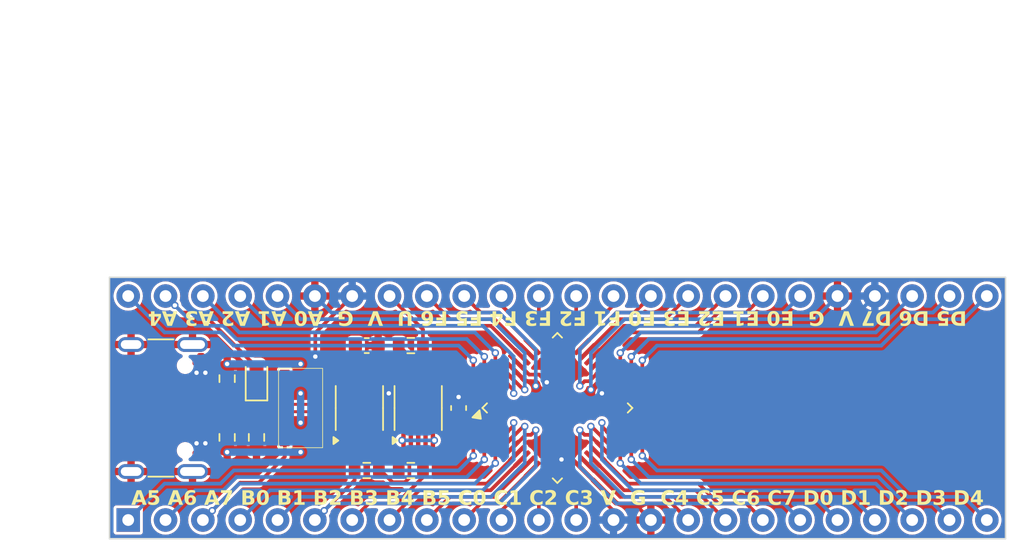
<source format=kicad_pcb>
(kicad_pcb (version 20240108) (generator "pcbnew") (generator_version "8.0")
  (layers (0 "F.Cu" signal) (31 "B.Cu" signal) (34 "B.Paste" user) (35 "F.Paste" user) (36 "B.SilkS" user "B.Silkscreen") (37 "F.SilkS" user "F.Silkscreen") (38 "B.Mask" user) (39 "F.Mask" user) (44 "Edge.Cuts" user))
  (net 0 "")
  (net 1 "GND")
  (net 2 "Net-(U2-V3)")
  (net 3 "D+")
  (net 4 "D-")
  (net 5 "PA3")
  (net 6 "Net-(D1-K)")
  (net 7 "PA7")
  (net 8 "Net-(J1-CC1)")
  (net 9 "Net-(J1-CC2)")
  (net 10 "VCC")
  (net 11 "UPDI")
  (net 12 "PB2")
  (net 13 "PB3")
  (net 15 "TXD")
  (net 16 "TNOW")
  (net 17 "RXD")
  (net 18 "RTS#")
  (net 21 "Net-(R2-Pad1)")
  (net 22 "Net-(R3-Pad1)")
  (net 23 "Net-(R4-Pad1)")
  (net 24 "PA0")
  (net 25 "PA2")
  (net 26 "PA6")
  (net 27 "PA4")
  (net 28 "PA1")
  (net 29 "PA5")
  (net 30 "PB5")
  (net 31 "PB1")
  (net 32 "PB4")
  (net 33 "PB0")
  (net 34 "PD5")
  (net 35 "PD0")
  (net 36 "PF4")
  (net 37 "PD7")
  (net 38 "PD6")
  (net 39 "PC5")
  (net 40 "PD1")
  (net 41 "PC7")
  (net 42 "PE1")
  (net 43 "PC2")
  (net 44 "PC1")
  (net 45 "PD4")
  (net 46 "PE3")
  (net 47 "PD2")
  (net 48 "PF0")
  (net 49 "PF6")
  (net 50 "PF1")
  (net 51 "PC3")
  (net 52 "PD3")
  (net 53 "PF3")
  (net 54 "PC4")
  (net 55 "PF5")
  (net 56 "PE2")
  (net 57 "PE0")
  (net 58 "PC6")
  (net 59 "PC0")
  (net 60 "PF2")
  (footprint "Package_DIP:DIP-48_W15.24mm_Socket" (layer "F.Cu") (at 101.27 107.62 90)
    (property "Reference" "J2" (hide yes))
    (property "Value" "Conn_02x24_Counter_Clockwise" (hide yes))
  )
  (footprint "Resistor_SMD:R_0603_1608Metric" (layer "F.Cu") (at 108 102 -90)
    (property "Reference" "R6" (hide yes))
    (property "Value" "5k1" (hide yes))
  )
  (footprint "Resistor_SMD:R_0603_1608Metric" (layer "F.Cu") (at 110 102 -90)
    (property "Reference" "R1" (hide yes))
    (property "Value" "10k" (hide yes))
  )
  (footprint "Resistor_SMD:R_0603_1608Metric" (layer "F.Cu") (at 120.5 104.25)
    (property "Reference" "R3" (hide yes))
    (property "Value" "4.7k" (hide yes))
  )
  (footprint "Connector_USB:USB_C_Receptacle_GCT_USB4105-xx-A_16P_TopMnt_Horizontal" (layer "F.Cu") (at 102.54 100 -90)
    (property "Reference" "J1" (hide yes))
    (property "Value" "USB_C_Receptacle_USB2.0_16P" (hide yes))
  )
  (footprint "Library:alps-skrp" (layer "F.Cu") (at 113 100 90)
    (property "Reference" "SW1" (hide yes))
    (property "Value" "SW_Push" (hide yes))
  )
  (footprint "Package_QFP:TQFP-48_7x7mm_P0.5mm" (layer "F.Cu") (at 130.47 99.995 45)
    (property "Reference" "U1" (hide yes))
    (property "Value" "ATmega4809-A" (hide yes))
  )
  (footprint "Capacitor_SMD:C_0603_1608Metric" (layer "F.Cu") (at 117.5 95.75)
    (property "Reference" "C3" (hide yes))
    (property "Value" "0u1" (hide yes))
  )
  (footprint "Resistor_SMD:R_0603_1608Metric" (layer "F.Cu") (at 108 98 -90)
    (property "Reference" "R5" (hide yes))
    (property "Value" "5k1" (hide yes))
  )
  (footprint "LED_SMD:LED_0603_1608Metric" (layer "F.Cu") (at 110 98 90)
    (property "Reference" "D1" (hide yes))
    (property "Value" "LED" (hide yes))
  )
  (footprint "Capacitor_SMD:C_0603_1608Metric" (layer "F.Cu") (at 123.75 100 -90)
    (property "Reference" "C1" (hide yes))
    (property "Value" "4u7" (hide yes))
  )
  (footprint "Resistor_SMD:R_0603_1608Metric" (layer "F.Cu") (at 120.5 95.75)
    (property "Reference" "R2" (hide yes))
    (property "Value" "4.7k" (hide yes))
  )
  (footprint "Package_SO:VSSOP-10_3x3mm_P0.5mm" (layer "F.Cu") (at 121 100 90)
    (property "Reference" "U3" (hide yes))
    (property "Value" "TS5A23159DGS" (hide yes))
  )
  (footprint "Resistor_SMD:R_0603_1608Metric" (layer "F.Cu") (at 117.5 104.25 180)
    (property "Reference" "R4" (hide yes))
    (property "Value" "4.7k" (hide yes))
  )
  (footprint "Package_SO:MSOP-10_3x3mm_P0.5mm" (layer "F.Cu") (at 117 100 90)
    (property "Reference" "U2" (hide yes))
    (property "Value" "CH340E" (hide yes))
  )
  (footprint "LOGO" (layer "B.Cu") (at 94.92 74.6 -90)
    (property "Reference" "G***" (hide yes))
    (property "Value" "LOGO" (hide yes))
  )
  (gr_line (start 100 91.11) (end 160.96 91.11) (stroke (width 0.1)) (layer "Edge.Cuts"))
  (gr_line (start 160.96 108.89) (end 100 108.89) (stroke (width 0.1)) (layer "Edge.Cuts"))
  (gr_line (start 100 91.11) (end 100 108.89) (stroke (width 0.1)) (layer "Edge.Cuts"))
  (gr_line (start 160.96 108.89) (end 160.96 91.11) (stroke (width 0.1)) (layer "Edge.Cuts"))
  (gr_text "A5 A6 A7 B0 B1 B2 B3 B4 B5 C0 C1 C2 C3 V  G  C4 C5 C6 C7 D0 D1 D2 D3 D4" (at 130.48 106.75 0) (layer "F.SilkS") (effects (font (size 0.975 0.975) (thickness 0.19) (bold yes)) (justify bottom)))
  (gr_text "D5 D6 D7 V  G  E0 E1 E2 E3 F0 F1 F2 F3 F4 F5 F6 U  V  G  A0 A1 A2 A3 A4" (at 130.47 93.25 180) (layer "F.SilkS") (effects (font (size 0.975 0.975) (thickness 0.19) (bold yes)) (justify bottom)))
  (segment (start 135.705 106.495) (end 134.495126 106.495) (width 0.25) (layer "F.Cu") (net 1))
  (segment (start 136.83 107.62) (end 135.705 106.495) (width 0.25) (layer "F.Cu") (net 1))
  (segment (start 128.675 98.175) (end 128.296446 98.175) (width 0.25) (layer "F.Cu") (net 1))
  (segment (start 132.75 98.75) (end 132.77566 98.75) (width 0.25) (layer "F.Cu") (net 1))
  (segment (start 134.495126 106.495) (end 132.175895 104.175769) (width 0.25) (layer "F.Cu") (net 1))
  (segment (start 128.296446 98.175) (end 127.349891 97.228445) (width 0.25) (layer "F.Cu") (net 1))
  (segment (start 132.77566 98.75) (end 133.943662 97.581998) (width 0.25) (layer "F.Cu") (net 1))
  (segment (start 129 98.5) (end 128.675 98.175) (width 0.25) (layer "F.Cu") (net 1))
  (via (at 132.75 98.75) (size 0.5) (drill 0.3) (layers "F.Cu" "B.Cu") (net 1))
  (via (at 113 99) (size 0.5) (drill 0.3) (layers "F.Cu" "B.Cu") (net 1))
  (via (at 113 103) (size 0.5) (drill 0.3) (layers "F.Cu" "B.Cu") (net 1))
  (via (at 129 98.5) (size 0.5) (drill 0.3) (layers "F.Cu" "B.Cu") (net 1))
  (via (at 113 97) (size 0.5) (drill 0.3) (layers "F.Cu" "B.Cu") (net 1))
  (via (at 108 103) (size 0.5) (drill 0.3) (layers "F.Cu" "B.Cu") (net 1))
  (via (at 113 101) (size 0.5) (drill 0.3) (layers "F.Cu" "B.Cu") (net 1))
  (via (at 108 97) (size 0.5) (drill 0.3) (layers "F.Cu" "B.Cu") (net 1))
  (segment (start 126.505 93.505) (end 115.095 93.505) (width 0.25) (layer "B.Cu") (net 1))
  (segment (start 115.095 93.505) (end 113.97 92.38) (width 0.25) (layer "B.Cu") (net 1))
  (segment (start 132.75 98.75) (end 132.75 96.25) (width 0.25) (layer "B.Cu") (net 1))
  (segment (start 113 101) (end 113 99) (width 0.5) (layer "B.Cu") (net 1))
  (segment (start 108 97) (end 113 97) (width 0.5) (layer "B.Cu") (net 1))
  (segment (start 129 98.5) (end 129 96) (width 0.25) (layer "B.Cu") (net 1))
  (segment (start 129 96) (end 126.505 93.505) (width 0.25) (layer "B.Cu") (net 1))
  (segment (start 135.045 93.955) (end 147.955 93.955) (width 0.25) (layer "B.Cu") (net 1))
  (segment (start 147.955 93.955) (end 149.53 92.38) (width 0.25) (layer "B.Cu") (net 1))
  (segment (start 108 103) (end 113 103) (width 0.5) (layer "B.Cu") (net 1))
  (segment (start 132.75 96.25) (end 135.045 93.955) (width 0.25) (layer "B.Cu") (net 1))
  (segment (start 116.75 95.775) (end 116.75 96.239212) (width 0.25) (layer "F.Cu") (net 2))
  (segment (start 116.725 95.75) (end 116.75 95.775) (width 0.25) (layer "F.Cu") (net 2))
  (segment (start 116.75 96.239212) (end 116 96.989212) (width 0.25) (layer "F.Cu") (net 2))
  (segment (start 116 96.989212) (end 116 97.8875) (width 0.25) (layer "F.Cu") (net 2))
  (segment (start 109.25 102) (end 110.75 102) (width 0.2) (layer "F.Cu") (net 3))
  (segment (start 105.345 100.01759) (end 105.345 100.48241) (width 0.2) (layer "F.Cu") (net 3))
  (segment (start 107.393096 100.25) (end 108.75 100.25) (width 0.2) (layer "F.Cu") (net 3))
  (segment (start 106.893096 100.75) (end 107.393096 100.25) (width 0.2) (layer "F.Cu") (net 3))
  (segment (start 111 101.75) (end 111 100.5) (width 0.2) (layer "F.Cu") (net 3))
  (segment (start 106.22 99.75) (end 105.61259 99.75) (width 0.2) (layer "F.Cu") (net 3))
  (segment (start 111.25 100.25) (end 115 100.25) (width 0.2) (layer "F.Cu") (net 3))
  (segment (start 105.61259 99.75) (end 105.345 100.01759) (width 0.2) (layer "F.Cu") (net 3))
  (segment (start 116 101.75) (end 116 102.1125) (width 0.2) (layer "F.Cu") (net 3))
  (segment (start 116 101.25) (end 116 102.1125) (width 0.2) (layer "F.Cu") (net 3))
  (segment (start 109 101.75) (end 109.25 102) (width 0.2) (layer "F.Cu") (net 3))
  (segment (start 115 100.25) (end 116 101.25) (width 0.2) (layer "F.Cu") (net 3))
  (segment (start 109 100.5) (end 109 101.75) (width 0.2) (layer "F.Cu") (net 3))
  (segment (start 106.22 100.75) (end 106.893096 100.75) (width 0.2) (layer "F.Cu") (net 3))
  (segment (start 105.61259 100.75) (end 106.22 100.75) (width 0.2) (layer "F.Cu") (net 3))
  (segment (start 108.75 100.25) (end 109 100.5) (width 0.2) (layer "F.Cu") (net 3))
  (segment (start 110.75 102) (end 111 101.75) (width 0.2) (layer "F.Cu") (net 3))
  (segment (start 111 100.5) (end 111.25 100.25) (width 0.2) (layer "F.Cu") (net 3))
  (segment (start 105.345 100.48241) (end 105.61259 100.75) (width 0.2) (layer "F.Cu") (net 3))
  (segment (start 111.25 99.75) (end 115.065686 99.75) (width 0.2) (layer "F.Cu") (net 4))
  (segment (start 106.82741 99.25) (end 106.22 99.25) (width 0.2) (layer "F.Cu") (net 4))
  (segment (start 116.5 101.184314) (end 116.5 102.1125) (width 0.2) (layer "F.Cu") (net 4))
  (segment (start 115.065686 99.75) (end 116.5 101.184314) (width 0.2) (layer "F.Cu") (net 4))
  (segment (start 109.25 98) (end 110.75 98) (width 0.2) (layer "F.Cu") (net 4))
  (segment (start 106.22 100.25) (end 106.82741 100.25) (width 0.2) (layer "F.Cu") (net 4))
  (segment (start 111 99.5) (end 111.25 99.75) (width 0.2) (layer "F.Cu") (net 4))
  (segment (start 110.75 98) (end 111 98.25) (width 0.2) (layer "F.Cu") (net 4))
  (segment (start 108.75 99.75) (end 109 99.5) (width 0.2) (layer "F.Cu") (net 4))
  (segment (start 107.32741 99.75) (end 106.82741 99.25) (width 0.2) (layer "F.Cu") (net 4))
  (segment (start 111 98.25) (end 111 99.5) (width 0.2) (layer "F.Cu") (net 4))
  (segment (start 107.32741 99.75) (end 108.75 99.75) (width 0.2) (layer "F.Cu") (net 4))
  (segment (start 109 99.5) (end 109 98.25) (width 0.2) (layer "F.Cu") (net 4))
  (segment (start 109 98.25) (end 109.25 98) (width 0.2) (layer "F.Cu") (net 4))
  (segment (start 106.82741 100.25) (end 107.095 99.98241) (width 0.2) (layer "F.Cu") (net 4))
  (segment (start 107.095 99.98241) (end 107.32741 99.75) (width 0.2) (layer "F.Cu") (net 4))
  (segment (start 125.5 96.5) (end 125.5 96.939338) (width 0.25) (layer "F.Cu") (net 5))
  (segment (start 104.445 93.015) (end 104.935 93.505) (width 0.25) (layer "F.Cu") (net 5))
  (segment (start 125.269824 97.976804) (end 125.935678 98.642658) (width 0.25) (layer "F.Cu") (net 5))
  (segment (start 125.5 96.939338) (end 125.269824 97.169514) (width 0.25) (layer "F.Cu") (net 5))
  (segment (start 106.2925 93.505) (end 110 97.2125) (width 0.25) (layer "F.Cu") (net 5))
  (segment (start 125.269824 97.169514) (end 125.269824 97.976804) (width 0.25) (layer "F.Cu") (net 5))
  (segment (start 104.935 93.505) (end 106.2925 93.505) (width 0.25) (layer "F.Cu") (net 5))
  (via (at 125.5 96.5) (size 0.5) (drill 0.3) (layers "F.Cu" "B.Cu") (net 5))
  (via (at 104.445 93.015) (size 0.5) (drill 0.3) (layers "F.Cu" "B.Cu") (net 5))
  (segment (start 125.5 96.5) (end 124.305 95.305) (width 0.25) (layer "B.Cu") (net 5))
  (segment (start 108.638604 95.305) (end 107.738604 94.405) (width 0.25) (layer "B.Cu") (net 5))
  (segment (start 124.305 95.305) (end 108.638604 95.305) (width 0.25) (layer "B.Cu") (net 5))
  (segment (start 104.445 93.015) (end 103.81 92.38) (width 0.25) (layer "B.Cu") (net 5))
  (segment (start 105.835 94.405) (end 104.445 93.015) (width 0.25) (layer "B.Cu") (net 5))
  (segment (start 107.738604 94.405) (end 105.835 94.405) (width 0.25) (layer "B.Cu") (net 5))
  (segment (start 110 98.7875) (end 110 101.175) (width 0.25) (layer "F.Cu") (net 6))
  (segment (start 125.719824 102.270302) (end 126.289231 101.700895) (width 0.25) (layer "F.Cu") (net 7))
  (segment (start 111.925 103.315) (end 111.925 102.075) (width 0.25) (layer "F.Cu") (net 7))
  (segment (start 106.35 107.62) (end 106.985 106.985) (width 0.25) (layer "F.Cu") (net 7))
  (segment (start 108.89 105.08) (end 110.16 105.08) (width 0.25) (layer "F.Cu") (net 7))
  (segment (start 106.58 107.62) (end 106.35 107.62) (width 0.25) (layer "F.Cu") (net 7))
  (segment (start 126.073377 102.97741) (end 126.063144 102.97741) (width 0.25) (layer "F.Cu") (net 7))
  (segment (start 126.073377 102.987643) (end 126.073377 102.97741) (width 0.25) (layer "F.Cu") (net 7))
  (segment (start 126.063144 102.97741) (end 125.719824 102.63409) (width 0.25) (layer "F.Cu") (net 7))
  (segment (start 126.25 103.164266) (end 126.073377 102.987643) (width 0.25) (layer "F.Cu") (net 7))
  (segment (start 110.16 105.08) (end 111.925 103.315) (width 0.25) (layer "F.Cu") (net 7))
  (segment (start 106.985 106.985) (end 108.89 105.08) (width 0.25) (layer "F.Cu") (net 7))
  (segment (start 125.719824 102.63409) (end 125.719824 102.270302) (width 0.25) (layer "F.Cu") (net 7))
  (segment (start 126.25 103.75) (end 126.25 103.164266) (width 0.25) (layer "F.Cu") (net 7))
  (via (at 106.985 106.985) (size 0.5) (drill 0.3) (layers "F.Cu" "B.Cu") (net 7))
  (via (at 126.25 103.75) (size 0.5) (drill 0.3) (layers "F.Cu" "B.Cu") (net 7))
  (segment (start 126.25 103.75) (end 124.855 105.145) (width 0.25) (layer "B.Cu") (net 7))
  (segment (start 124.855 105.145) (end 108.825 105.145) (width 0.25) (layer "B.Cu") (net 7))
  (segment (start 108.825 105.145) (end 106.985 106.985) (width 0.25) (layer "B.Cu") (net 7))
  (segment (start 106.985 106.985) (end 106.35 107.62) (width 0.25) (layer "B.Cu") (net 7))
  (segment (start 108 98.825) (end 107.925 98.75) (width 0.25) (layer "F.Cu") (net 8))
  (segment (start 107.925 98.75) (end 106.22 98.75) (width 0.25) (layer "F.Cu") (net 8))
  (segment (start 107.425 101.75) (end 106.22 101.75) (width 0.25) (layer "F.Cu") (net 9))
  (segment (start 108 101.175) (end 107.425 101.75) (width 0.25) (layer "F.Cu") (net 9))
  (segment (start 129.225 97.725) (end 129.75 98.25) (width 0.25) (layer "F.Cu") (net 10))
  (segment (start 121 98.592764) (end 121 97.8) (width 0.25) (layer "F.Cu") (net 10))
  (segment (start 134.29 107.62) (end 134.29 106.99698) (width 0.25) (layer "F.Cu") (net 10))
  (segment (start 119 99) (end 119.025 99.025) (width 0.25) (layer "F.Cu") (net 10))
  (segment (start 114 94.89) (end 116.51 92.38) (width 0.25) (layer "F.Cu") (net 10))
  (segment (start 130.79302 103.5) (end 131.822342 104.529322) (width 0.25) (layer "F.Cu") (net 10))
  (segment (start 119.025 99.025) (end 120.567764 99.025) (width 0.25) (layer "F.Cu") (net 10))
  (segment (start 127.703445 96.874891) (end 128.553554 97.725) (width 0.25) (layer "F.Cu") (net 10))
  (segment (start 118.975 99.025) (end 117.739212 99.025) (width 0.25) (layer "F.Cu") (net 10))
  (segment (start 119 99) (end 118.975 99.025) (width 0.25) (layer "F.Cu") (net 10))
  (segment (start 133.5 99) (end 133.5 98.732766) (width 0.25) (layer "F.Cu") (net 10))
  (segment (start 120.567764 99.025) (end 121 98.592764) (width 0.25) (layer "F.Cu") (net 10))
  (segment (start 134.29 106.99698) (end 131.822342 104.529322) (width 0.25) (layer "F.Cu") (net 10))
  (segment (start 130.75 103.5) (end 130.79302 103.5) (width 0.25) (layer "F.Cu") (net 10))
  (segment (start 133.5 98.732766) (end 134.297215 97.935551) (width 0.25) (layer "F.Cu") (net 10))
  (segment (start 117.5 98.785788) (end 117.5 97.8875) (width 0.25) (layer "F.Cu") (net 10))
  (segment (start 128.553554 97.725) (end 129.225 97.725) (width 0.25) (layer "F.Cu") (net 10))
  (segment (start 114 96.5) (end 114 94.89) (width 0.25) (layer "F.Cu") (net 10))
  (segment (start 117.739212 99.025) (end 117.5 98.785788) (width 0.25) (layer "F.Cu") (net 10))
  (via (at 129.75 98.25) (size 0.5) (drill 0.3) (layers "F.Cu" "B.Cu") (net 10))
  (via (at 133.5 99) (size 0.5) (drill 0.3) (layers "F.Cu" "B.Cu") (net 10))
  (via (at 114 96.5) (size 0.5) (drill 0.3) (layers "F.Cu" "B.Cu") (net 10))
  (via (at 119 99) (size 0.5) (drill 0.3) (layers "F.Cu" "B.Cu") (net 10))
  (via (at 106.52 97.6) (size 0.5) (drill 0.3) (layers "F.Cu" "B.Cu") (net 10))
  (via (at 106.52 102.4) (size 0.5) (drill 0.3) (layers "F.Cu" "B.Cu") (net 10))
  (via (at 130.75 103.5) (size 0.5) (drill 0.3) (layers "F.Cu" "B.Cu") (net 10))
  (via (at 123.75 99.25) (size 0.5) (drill 0.3) (layers "F.Cu" "B.Cu") (net 10))
  (via (at 105.92 97.6) (size 0.5) (drill 0.3) (layers "F.Cu" "B.Cu") (net 10))
  (via (at 105.92 102.4) (size 0.5) (drill 0.3) (layers "F.Cu" "B.Cu") (net 10))
  (segment (start 105 101.48) (end 105 98.52) (width 0.5) (layer "B.Cu") (net 10))
  (segment (start 105.92 102.4) (end 105 101.48) (width 0.5) (layer "B.Cu") (net 10))
  (segment (start 106.52 102.4) (end 105.92 102.4) (width 0.5) (layer "B.Cu") (net 10))
  (segment (start 105 98.52) (end 105.92 97.6) (width 0.5) (layer "B.Cu") (net 10))
  (segment (start 106.52 97.6) (end 105.92 97.6) (width 0.5) (layer "B.Cu") (net 10))
  (segment (start 133.5 99) (end 133.5 96.5) (width 0.25) (layer "B.Cu") (net 10))
  (segment (start 135.595 94.405) (end 150.045 94.405) (width 0.25) (layer "B.Cu") (net 10))
  (segment (start 150.045 94.405) (end 152.07 92.38) (width 0.25) (layer "B.Cu") (net 10))
  (segment (start 133.5 96.5) (end 135.595 94.405) (width 0.25) (layer "B.Cu") (net 10))
  (segment (start 121.325 95.75) (end 121.325 94.655) (width 0.25) (layer "F.Cu") (net 11))
  (segment (start 121.075 94.405) (end 125.94066 94.405) (width 0.25) (layer "F.Cu") (net 11))
  (segment (start 125.94066 94.405) (end 128.056998 96.521338) (width 0.25) (layer "F.Cu") (net 11))
  (segment (start 121.5 97.8) (end 121.5 95.925) (width 0.25) (layer "F.Cu") (net 11))
  (segment (start 119.05 92.38) (end 121.075 94.405) (width 0.25) (layer "F.Cu") (net 11))
  (segment (start 121.5 95.925) (end 121.325 95.75) (width 0.25) (layer "F.Cu") (net 11))
  (segment (start 121.325 94.655) (end 121.075 94.405) (width 0.25) (layer "F.Cu") (net 11))
  (segment (start 128.675 101.825) (end 128.311396 101.825) (width 0.25) (layer "F.Cu") (net 12))
  (segment (start 129 101.5) (end 128.675 101.825) (width 0.25) (layer "F.Cu") (net 12))
  (segment (start 128.311396 101.825) (end 127.374841 102.761555) (width 0.25) (layer "F.Cu") (net 12))
  (segment (start 114.605 106.985) (end 113.97 107.62) (width 0.25) (layer "F.Cu") (net 12))
  (segment (start 116.675 104.25) (end 116.675 104.915) (width 0.25) (layer "F.Cu") (net 12))
  (segment (start 127.374841 102.761555) (end 127.349891 102.761555) (width 0.25) (layer "F.Cu") (net 12))
  (segment (start 116.675 104.915) (end 114.605 106.985) (width 0.25) (layer "F.Cu") (net 12))
  (via (at 114.605 106.985) (size 0.5) (drill 0.3) (layers "F.Cu" "B.Cu") (net 12))
  (via (at 129 101.5) (size 0.5) (drill 0.3) (layers "F.Cu" "B.Cu") (net 12))
  (segment (start 129 104) (end 126.505 106.495) (width 0.25) (layer "B.Cu") (net 12))
  (segment (start 115.095 106.495) (end 113.97 107.62) (width 0.25) (layer "B.Cu") (net 12))
  (segment (start 126.505 106.495) (end 115.095 106.495) (width 0.25) (layer "B.Cu") (net 12))
  (segment (start 129 101.5) (end 129 104) (width 0.25) (layer "B.Cu") (net 12))
  (segment (start 117.635 106.495) (end 119.538604 106.495) (width 0.25) (layer "F.Cu") (net 13))
  (segment (start 119.538604 106.495) (end 120.888604 105.145) (width 0.25) (layer "F.Cu") (net 13))
  (segment (start 121.325 104.708604) (end 120.888604 105.145) (width 0.25) (layer "F.Cu") (net 13))
  (segment (start 125.673554 105.145) (end 127.703445 103.115109) (width 0.25) (layer "F.Cu") (net 13))
  (segment (start 116.51 107.62) (end 117.635 106.495) (width 0.25) (layer "F.Cu") (net 13))
  (segment (start 121.325 104.25) (end 121.325 104.708604) (width 0.25) (layer "F.Cu") (net 13))
  (segment (start 120.888604 105.145) (end 125.673554 105.145) (width 0.25) (layer "F.Cu") (net 13))
  (segment (start 117 96.989212) (end 117 97.8875) (width 0.25) (layer "F.Cu") (net 15))
  (segment (start 117.239212 96.75) (end 117 96.989212) (width 0.25) (layer "F.Cu") (net 15))
  (segment (start 120 97.0344) (end 119.7156 96.75) (width 0.25) (layer "F.Cu") (net 15))
  (segment (start 119.7156 96.75) (end 117.239212 96.75) (width 0.25) (layer "F.Cu") (net 15))
  (segment (start 120 97.8) (end 120 97.0344) (width 0.25) (layer "F.Cu") (net 15))
  (segment (start 117.289212 99.575) (end 121.017764 99.575) (width 0.25) (layer "F.Cu") (net 17))
  (segment (start 116.5 98.785788) (end 117.289212 99.575) (width 0.25) (layer "F.Cu") (net 17))
  (segment (start 122 98.592764) (end 122 97.8) (width 0.25) (layer "F.Cu") (net 17))
  (segment (start 121.017764 99.575) (end 122 98.592764) (width 0.25) (layer "F.Cu") (net 17))
  (segment (start 116.5 97.8875) (end 116.5 98.785788) (width 0.25) (layer "F.Cu") (net 17))
  (segment (start 117.5 102.1125) (end 117.5 103.010788) (width 0.25) (layer "F.Cu") (net 18))
  (segment (start 119.613604 103.25) (end 120 102.863604) (width 0.25) (layer "F.Cu") (net 18))
  (segment (start 117.739212 103.25) (end 119.613604 103.25) (width 0.25) (layer "F.Cu") (net 18))
  (segment (start 120 102.863604) (end 120 102.2) (width 0.25) (layer "F.Cu") (net 18))
  (segment (start 117.5 103.010788) (end 117.739212 103.25) (width 0.25) (layer "F.Cu") (net 18))
  (via (at 122.099999 102.2) (size 0.5) (drill 0.3) (layers "F.Cu" "B.Cu") (net 18))
  (via (at 119.900001 102.2) (size 0.5) (drill 0.3) (layers "F.Cu" "B.Cu") (net 18))
  (segment (start 119.900001 102.2) (end 122.099999 102.2) (width 0.25) (layer "B.Cu") (net 18))
  (segment (start 120.5 96.575) (end 120.5 97.8) (width 0.25) (layer "F.Cu") (net 21))
  (segment (start 119.675 95.75) (end 120.5 96.575) (width 0.25) (layer "F.Cu") (net 21))
  (segment (start 120.5 102.2) (end 120.5 103) (width 0.25) (layer "F.Cu") (net 22))
  (segment (start 119.675 103.825) (end 119.675 104.25) (width 0.25) (layer "F.Cu") (net 22))
  (segment (start 120.5 103) (end 119.675 103.825) (width 0.25) (layer "F.Cu") (net 22))
  (segment (start 119.251996 105.05) (end 120.098004 105.05) (width 0.25) (layer "F.Cu") (net 23))
  (segment (start 118.451996 104.25) (end 119.251996 105.05) (width 0.25) (layer "F.Cu") (net 23))
  (segment (start 118.325 104.25) (end 118.451996 104.25) (width 0.25) (layer "F.Cu") (net 23))
  (segment (start 121 103.25) (end 121.242764 103.25) (width 0.25) (layer "F.Cu") (net 23))
  (segment (start 120.4 103.85) (end 121 103.25) (width 0.25) (layer "F.Cu") (net 23))
  (segment (start 121.5 102.992764) (end 121.5 102.2) (width 0.25) (layer "F.Cu") (net 23))
  (segment (start 120.098004 105.05) (end 120.4 104.748004) (width 0.25) (layer "F.Cu") (net 23))
  (segment (start 120.4 104.748004) (end 120.4 103.85) (width 0.25) (layer "F.Cu") (net 23))
  (segment (start 121.242764 103.25) (end 121.5 102.992764) (width 0.25) (layer "F.Cu") (net 23))
  (segment (start 128.25 98.75) (end 128.16434 98.75) (width 0.25) (layer "F.Cu") (net 24))
  (segment (start 128.16434 98.75) (end 126.996338 97.581998) (width 0.25) (layer "F.Cu") (net 24))
  (via (at 128.25 98.75) (size 0.5) (drill 0.3) (layers "F.Cu" "B.Cu") (net 24))
  (segment (start 128.25 96.25) (end 125.955 93.955) (width 0.25) (layer "B.Cu") (net 24))
  (segment (start 128.25 98.75) (end 128.25 96.25) (width 0.25) (layer "B.Cu") (net 24))
  (segment (start 125.955 93.955) (end 113.005 93.955) (width 0.25) (layer "B.Cu") (net 24))
  (segment (start 113.005 93.955) (end 111.43 92.38) (width 0.25) (layer "B.Cu") (net 24))
  (segment (start 126.25 96.25) (end 126.25 96.825734) (width 0.25) (layer "F.Cu") (net 25))
  (segment (start 125.719824 97.35591) (end 125.719824 97.719698) (width 0.25) (layer "F.Cu") (net 25))
  (segment (start 126.25 96.825734) (end 125.719824 97.35591) (width 0.25) (layer "F.Cu") (net 25))
  (segment (start 125.719824 97.719698) (end 126.289231 98.289105) (width 0.25) (layer "F.Cu") (net 25))
  (via (at 126.25 96.25) (size 0.5) (drill 0.3) (layers "F.Cu" "B.Cu") (net 25))
  (segment (start 126.25 96.25) (end 124.855 94.855) (width 0.25) (layer "B.Cu") (net 25))
  (segment (start 124.855 94.855) (end 108.825 94.855) (width 0.25) (layer "B.Cu") (net 25))
  (segment (start 108.825 94.855) (end 106.35 92.38) (width 0.25) (layer "B.Cu") (net 25))
  (segment (start 125.269824 102.820486) (end 125.269824 102.013196) (width 0.25) (layer "F.Cu") (net 26))
  (segment (start 125.269824 102.013196) (end 125.935678 101.347342) (width 0.25) (layer "F.Cu") (net 26))
  (segment (start 125.5 103.050662) (end 125.269824 102.820486) (width 0.25) (layer "F.Cu") (net 26))
  (segment (start 125.5 103.5) (end 125.5 103.050662) (width 0.25) (layer "F.Cu") (net 26))
  (via (at 125.5 103.5) (size 0.5) (drill 0.3) (layers "F.Cu" "B.Cu") (net 26))
  (segment (start 108.638604 104.695) (end 107.738604 105.595) (width 0.25) (layer "B.Cu") (net 26))
  (segment (start 107.738604 105.595) (end 105.835 105.595) (width 0.25) (layer "B.Cu") (net 26))
  (segment (start 125.5 103.5) (end 124.305 104.695) (width 0.25) (layer "B.Cu") (net 26))
  (segment (start 124.305 104.695) (end 108.638604 104.695) (width 0.25) (layer "B.Cu") (net 26))
  (segment (start 105.835 105.595) (end 103.81 107.62) (width 0.25) (layer "B.Cu") (net 26))
  (segment (start 124.75 96.75) (end 124.75 98.164088) (width 0.25) (layer "F.Cu") (net 27))
  (segment (start 124.75 98.164088) (end 125.582124 98.996212) (width 0.25) (layer "F.Cu") (net 27))
  (via (at 124.75 96.75) (size 0.5) (drill 0.3) (layers "F.Cu" "B.Cu") (net 27))
  (segment (start 124.75 96.75) (end 123.755 95.755) (width 0.25) (layer "B.Cu") (net 27))
  (segment (start 108.452208 95.755) (end 107.552208 94.855) (width 0.25) (layer "B.Cu") (net 27))
  (segment (start 123.755 95.755) (end 108.452208 95.755) (width 0.25) (layer "B.Cu") (net 27))
  (segment (start 103.745 94.855) (end 101.27 92.38) (width 0.25) (layer "B.Cu") (net 27))
  (segment (start 107.552208 94.855) (end 103.745 94.855) (width 0.25) (layer "B.Cu") (net 27))
  (segment (start 127.5 98.792766) (end 126.642785 97.935551) (width 0.25) (layer "F.Cu") (net 28))
  (segment (start 127.5 99) (end 127.5 98.792766) (width 0.25) (layer "F.Cu") (net 28))
  (via (at 127.5 99) (size 0.5) (drill 0.3) (layers "F.Cu" "B.Cu") (net 28))
  (segment (start 127.5 99) (end 127.5 96.5) (width 0.25) (layer "B.Cu") (net 28))
  (segment (start 110.915 94.405) (end 108.89 92.38) (width 0.25) (layer "B.Cu") (net 28))
  (segment (start 127.5 96.5) (end 125.405 94.405) (width 0.25) (layer "B.Cu") (net 28))
  (segment (start 125.405 94.405) (end 110.915 94.405) (width 0.25) (layer "B.Cu") (net 28))
  (segment (start 124.75 103.247912) (end 124.75 101.825912) (width 0.25) (layer "F.Cu") (net 29))
  (segment (start 124.75 101.825912) (end 125.582124 100.993788) (width 0.25) (layer "F.Cu") (net 29))
  (via (at 124.75 103.247912) (size 0.5) (drill 0.3) (layers "F.Cu" "B.Cu") (net 29))
  (segment (start 103.745 105.145) (end 101.27 107.62) (width 0.25) (layer "B.Cu") (net 29))
  (segment (start 124.75 103.247912) (end 123.752912 104.245) (width 0.25) (layer "B.Cu") (net 29))
  (segment (start 107.552208 105.145) (end 103.745 105.145) (width 0.25) (layer "B.Cu") (net 29))
  (segment (start 123.752912 104.245) (end 108.452208 104.245) (width 0.25) (layer "B.Cu") (net 29))
  (segment (start 108.452208 104.245) (end 107.552208 105.145) (width 0.25) (layer "B.Cu") (net 29))
  (segment (start 121.59 107.62) (end 123.165 106.045) (width 0.25) (layer "F.Cu") (net 30))
  (segment (start 123.165 106.045) (end 126.187766 106.045) (width 0.25) (layer "F.Cu") (net 30))
  (segment (start 126.187766 106.045) (end 128.410551 103.822215) (width 0.25) (layer "F.Cu") (net 30))
  (segment (start 128.25 101.25) (end 128.15434 101.25) (width 0.25) (layer "F.Cu") (net 31))
  (segment (start 128.15434 101.25) (end 126.996338 102.408002) (width 0.25) (layer "F.Cu") (net 31))
  (via (at 128.25 101.25) (size 0.5) (drill 0.3) (layers "F.Cu" "B.Cu") (net 31))
  (segment (start 128.25 103.75) (end 125.955 106.045) (width 0.25) (layer "B.Cu") (net 31))
  (segment (start 113.005 106.045) (end 111.43 107.62) (width 0.25) (layer "B.Cu") (net 31))
  (segment (start 125.955 106.045) (end 113.005 106.045) (width 0.25) (layer "B.Cu") (net 31))
  (segment (start 128.25 101.25) (end 128.25 103.75) (width 0.25) (layer "B.Cu") (net 31))
  (segment (start 121.075 105.595) (end 125.93066 105.595) (width 0.25) (layer "F.Cu") (net 32))
  (segment (start 119.05 107.62) (end 121.075 105.595) (width 0.25) (layer "F.Cu") (net 32))
  (segment (start 125.93066 105.595) (end 128.056998 103.468662) (width 0.25) (layer "F.Cu") (net 32))
  (segment (start 127.5 101.197234) (end 126.642785 102.054449) (width 0.25) (layer "F.Cu") (net 33))
  (segment (start 127.5 101) (end 127.5 101.197234) (width 0.25) (layer "F.Cu") (net 33))
  (via (at 127.5 101) (size 0.5) (drill 0.3) (layers "F.Cu" "B.Cu") (net 33))
  (segment (start 110.915 105.595) (end 108.89 107.62) (width 0.25) (layer "B.Cu") (net 33))
  (segment (start 127.5 103.5) (end 125.405 105.595) (width 0.25) (layer "B.Cu") (net 33))
  (segment (start 127.5 101) (end 127.5 103.5) (width 0.25) (layer "B.Cu") (net 33))
  (segment (start 125.405 105.595) (end 110.915 105.595) (width 0.25) (layer "B.Cu") (net 33))
  (segment (start 136.25 96.75) (end 136.25 98.104088) (width 0.25) (layer "F.Cu") (net 34))
  (segment (start 136.25 98.104088) (end 135.357876 98.996212) (width 0.25) (layer "F.Cu") (net 34))
  (via (at 136.25 96.75) (size 0.5) (drill 0.3) (layers "F.Cu" "B.Cu") (net 34))
  (segment (start 137.245 95.755) (end 152.507792 95.755) (width 0.25) (layer "B.Cu") (net 34))
  (segment (start 154.307792 93.955) (end 158.115 93.955) (width 0.25) (layer "B.Cu") (net 34))
  (segment (start 136.25 96.75) (end 137.245 95.755) (width 0.25) (layer "B.Cu") (net 34))
  (segment (start 152.507792 95.755) (end 154.307792 93.955) (width 0.25) (layer "B.Cu") (net 34))
  (segment (start 158.115 93.955) (end 159.69 92.38) (width 0.25) (layer "B.Cu") (net 34))
  (segment (start 132.78566 101.25) (end 133.943662 102.408002) (width 0.25) (layer "F.Cu") (net 35))
  (segment (start 132.75 101.25) (end 132.78566 101.25) (width 0.25) (layer "F.Cu") (net 35))
  (via (at 132.75 101.25) (size 0.5) (drill 0.3) (layers "F.Cu" "B.Cu") (net 35))
  (segment (start 135.045 106.045) (end 147.955 106.045) (width 0.25) (layer "B.Cu") (net 35))
  (segment (start 147.955 106.045) (end 149.53 107.62) (width 0.25) (layer "B.Cu") (net 35))
  (segment (start 132.75 103.75) (end 135.045 106.045) (width 0.25) (layer "B.Cu") (net 35))
  (segment (start 132.75 101.25) (end 132.75 103.75) (width 0.25) (layer "B.Cu") (net 35))
  (segment (start 126.67 92.38) (end 126.67 93.01302) (width 0.25) (layer "F.Cu") (net 36))
  (segment (start 126.67 93.01302) (end 129.117658 95.460678) (width 0.25) (layer "F.Cu") (net 36))
  (segment (start 135.220176 97.35591) (end 135.220176 97.719698) (width 0.25) (layer "F.Cu") (net 37))
  (segment (start 135.220176 97.719698) (end 134.650769 98.289105) (width 0.25) (layer "F.Cu") (net 37))
  (segment (start 134.75 96.885734) (end 135.220176 97.35591) (width 0.25) (layer "F.Cu") (net 37))
  (segment (start 134.75 96.25) (end 134.75 96.885734) (width 0.25) (layer "F.Cu") (net 37))
  (via (at 134.75 96.25) (size 0.5) (drill 0.3) (layers "F.Cu" "B.Cu") (net 37))
  (segment (start 134.75 96.25) (end 136.145 94.855) (width 0.25) (layer "B.Cu") (net 37))
  (segment (start 152.135 94.855) (end 154.61 92.38) (width 0.25) (layer "B.Cu") (net 37))
  (segment (start 136.145 94.855) (end 152.135 94.855) (width 0.25) (layer "B.Cu") (net 37))
  (segment (start 135.670176 97.976804) (end 135.004322 98.642658) (width 0.25) (layer "F.Cu") (net 38))
  (segment (start 135.670176 97.169514) (end 135.670176 97.976804) (width 0.25) (layer "F.Cu") (net 38))
  (segment (start 135.5 96.5) (end 135.5 96.999338) (width 0.25) (layer "F.Cu") (net 38))
  (segment (start 135.5 96.999338) (end 135.670176 97.169514) (width 0.25) (layer "F.Cu") (net 38))
  (via (at 135.5 96.5) (size 0.5) (drill 0.3) (layers "F.Cu" "B.Cu") (net 38))
  (segment (start 154.121396 93.505) (end 156.025 93.505) (width 0.25) (layer "B.Cu") (net 38))
  (segment (start 156.025 93.505) (end 157.15 92.38) (width 0.25) (layer "B.Cu") (net 38))
  (segment (start 136.695 95.305) (end 152.321396 95.305) (width 0.25) (layer "B.Cu") (net 38))
  (segment (start 152.321396 95.305) (end 154.121396 93.505) (width 0.25) (layer "B.Cu") (net 38))
  (segment (start 135.5 96.5) (end 136.695 95.305) (width 0.25) (layer "B.Cu") (net 38))
  (segment (start 141.91 107.62) (end 139.885 105.595) (width 0.25) (layer "F.Cu") (net 39))
  (segment (start 135.00934 105.595) (end 132.883002 103.468662) (width 0.25) (layer "F.Cu") (net 39))
  (segment (start 139.885 105.595) (end 135.00934 105.595) (width 0.25) (layer "F.Cu") (net 39))
  (segment (start 133.5 101) (end 133.534914 101.034914) (width 0.25) (layer "F.Cu") (net 40))
  (segment (start 133.534914 101.292148) (end 134.297215 102.054449) (width 0.25) (layer "F.Cu") (net 40))
  (segment (start 133.534914 101.034914) (end 133.534914 101.292148) (width 0.25) (layer "F.Cu") (net 40))
  (via (at 133.5 101) (size 0.5) (drill 0.3) (layers "F.Cu" "B.Cu") (net 40))
  (segment (start 135.595 105.595) (end 150.045 105.595) (width 0.25) (layer "B.Cu") (net 40))
  (segment (start 150.045 105.595) (end 152.07 107.62) (width 0.25) (layer "B.Cu") (net 40))
  (segment (start 133.5 101) (end 133.5 103.5) (width 0.25) (layer "B.Cu") (net 40))
  (segment (start 133.5 103.5) (end 135.595 105.595) (width 0.25) (layer "B.Cu") (net 40))
  (segment (start 132.325 101.825) (end 132.653554 101.825) (width 0.25) (layer "F.Cu") (net 41))
  (segment (start 132.653554 101.825) (end 133.590109 102.761555) (width 0.25) (layer "F.Cu") (net 41))
  (segment (start 132 101.5) (end 132.325 101.825) (width 0.25) (layer "F.Cu") (net 41))
  (via (at 132 101.5) (size 0.5) (drill 0.3) (layers "F.Cu" "B.Cu") (net 41))
  (segment (start 132 104) (end 134.495 106.495) (width 0.25) (layer "B.Cu") (net 41))
  (segment (start 145.865 106.495) (end 146.99 107.62) (width 0.25) (layer "B.Cu") (net 41))
  (segment (start 132 101.5) (end 132 104) (width 0.25) (layer "B.Cu") (net 41))
  (segment (start 134.495 106.495) (end 145.865 106.495) (width 0.25) (layer "B.Cu") (net 41))
  (segment (start 144.45 92.38) (end 143.325 93.505) (width 0.25) (layer "F.Cu") (net 42))
  (segment (start 135.256446 94.855) (end 133.236555 96.874891) (width 0.25) (layer "F.Cu") (net 42))
  (segment (start 140.071396 94.855) (end 135.256446 94.855) (width 0.25) (layer "F.Cu") (net 42))
  (segment (start 143.325 93.505) (end 141.421396 93.505) (width 0.25) (layer "F.Cu") (net 42))
  (segment (start 141.421396 93.505) (end 140.071396 94.855) (width 0.25) (layer "F.Cu") (net 42))
  (segment (start 129.21 107.62) (end 129.21 105.144088) (width 0.25) (layer "F.Cu") (net 43))
  (segment (start 129.21 105.144088) (end 129.471212 104.882876) (width 0.25) (layer "F.Cu") (net 43))
  (segment (start 126.67 107.62) (end 126.67 106.97698) (width 0.25) (layer "F.Cu") (net 44))
  (segment (start 126.67 106.97698) (end 129.117658 104.529322) (width 0.25) (layer "F.Cu") (net 44))
  (segment (start 136.25 101.885912) (end 135.357876 100.993788) (width 0.25) (layer "F.Cu") (net 45))
  (segment (start 136.25 103.25) (end 136.25 101.885912) (width 0.25) (layer "F.Cu") (net 45))
  (via (at 136.25 103.25) (size 0.5) (drill 0.3) (layers "F.Cu" "B.Cu") (net 45))
  (segment (start 158.115 106.045) (end 159.69 107.62) (width 0.25) (layer "B.Cu") (net 45))
  (segment (start 137.245 104.245) (end 152.507792 104.245) (width 0.25) (layer "B.Cu") (net 45))
  (segment (start 154.307792 106.045) (end 158.115 106.045) (width 0.25) (layer "B.Cu") (net 45))
  (segment (start 152.507792 104.245) (end 154.307792 106.045) (width 0.25) (layer "B.Cu") (net 45))
  (segment (start 136.25 103.25) (end 137.245 104.245) (width 0.25) (layer "B.Cu") (net 45))
  (segment (start 134.742234 93.955) (end 132.529449 96.167785) (width 0.25) (layer "F.Cu") (net 46))
  (segment (start 137.795 93.955) (end 134.742234 93.955) (width 0.25) (layer "F.Cu") (net 46))
  (segment (start 139.37 92.38) (end 137.795 93.955) (width 0.25) (layer "F.Cu") (net 46))
  (segment (start 135.220176 102.270302) (end 134.650769 101.700895) (width 0.25) (layer "F.Cu") (net 47))
  (segment (start 134.75 103.104266) (end 135.220176 102.63409) (width 0.25) (layer "F.Cu") (net 47))
  (segment (start 134.75 103.75) (end 134.75 103.104266) (width 0.25) (layer "F.Cu") (net 47))
  (segment (start 135.220176 102.63409) (end 135.220176 102.270302) (width 0.25) (layer "F.Cu") (net 47))
  (via (at 134.75 103.75) (size 0.5) (drill 0.3) (layers "F.Cu" "B.Cu") (net 47))
  (segment (start 134.75 103.75) (end 136.145 105.145) (width 0.25) (layer "B.Cu") (net 47))
  (segment (start 152.135 105.145) (end 154.61 107.62) (width 0.25) (layer "B.Cu") (net 47))
  (segment (start 136.145 105.145) (end 152.135 105.145) (width 0.25) (layer "B.Cu") (net 47))
  (segment (start 136.83 92.38) (end 135.705 93.505) (width 0.25) (layer "F.Cu") (net 48))
  (segment (start 135.705 93.505) (end 134.485126 93.505) (width 0.25) (layer "F.Cu") (net 48))
  (segment (start 134.485126 93.505) (end 132.175895 95.814231) (width 0.25) (layer "F.Cu") (net 48))
  (segment (start 126.197766 93.955) (end 128.410551 96.167785) (width 0.25) (layer "F.Cu") (net 49))
  (segment (start 123.165 93.955) (end 126.197766 93.955) (width 0.25) (layer "F.Cu") (net 49))
  (segment (start 121.59 92.38) (end 123.165 93.955) (width 0.25) (layer "F.Cu") (net 49))
  (segment (start 131.822342 95.460678) (end 134.29 92.99302) (width 0.25) (layer "F.Cu") (net 50))
  (segment (start 134.29 92.99302) (end 134.29 92.38) (width 0.25) (layer "F.Cu") (net 50))
  (segment (start 131.75 105.164088) (end 131.468788 104.882876) (width 0.25) (layer "F.Cu") (net 51))
  (segment (start 131.75 107.62) (end 131.75 105.164088) (width 0.25) (layer "F.Cu") (net 51))
  (segment (start 135.670176 102.820486) (end 135.670176 102.013196) (width 0.25) (layer "F.Cu") (net 52))
  (segment (start 135.5 103.5) (end 135.5 102.990662) (width 0.25) (layer "F.Cu") (net 52))
  (segment (start 135.670176 102.013196) (end 135.004322 101.347342) (width 0.25) (layer "F.Cu") (net 52))
  (segment (start 135.5 102.990662) (end 135.670176 102.820486) (width 0.25) (layer "F.Cu") (net 52))
  (via (at 135.5 103.5) (size 0.5) (drill 0.3) (layers "F.Cu" "B.Cu") (net 52))
  (segment (start 152.321396 104.695) (end 154.121396 106.495) (width 0.25) (layer "B.Cu") (net 52))
  (segment (start 154.121396 106.495) (end 156.025 106.495) (width 0.25) (layer "B.Cu") (net 52))
  (segment (start 156.025 106.495) (end 157.15 107.62) (width 0.25) (layer "B.Cu") (net 52))
  (segment (start 135.5 103.5) (end 136.695 104.695) (width 0.25) (layer "B.Cu") (net 52))
  (segment (start 136.695 104.695) (end 152.321396 104.695) (width 0.25) (layer "B.Cu") (net 52))
  (segment (start 129.21 94.845912) (end 129.471212 95.107124) (width 0.25) (layer "F.Cu") (net 53))
  (segment (start 129.21 92.38) (end 129.21 94.845912) (width 0.25) (layer "F.Cu") (net 53))
  (segment (start 139.37 107.62) (end 137.795 106.045) (width 0.25) (layer "F.Cu") (net 54))
  (segment (start 134.752234 106.045) (end 132.529449 103.822215) (width 0.25) (layer "F.Cu") (net 54))
  (segment (start 137.795 106.045) (end 134.752234 106.045) (width 0.25) (layer "F.Cu") (net 54))
  (segment (start 125.255 93.505) (end 126.490228 93.505) (width 0.25) (layer "F.Cu") (net 55))
  (segment (start 126.490228 93.505) (end 128.867614 95.882386) (width 0.25) (layer "F.Cu") (net 55))
  (segment (start 124.13 92.38) (end 125.255 93.505) (width 0.25) (layer "F.Cu") (net 55))
  (segment (start 139.885 94.405) (end 134.99934 94.405) (width 0.25) (layer "F.Cu") (net 56))
  (segment (start 134.99934 94.405) (end 132.883002 96.521338) (width 0.25) (layer "F.Cu") (net 56))
  (segment (start 141.91 92.38) (end 139.885 94.405) (width 0.25) (layer "F.Cu") (net 56))
  (segment (start 132.643554 98.175) (end 133.590109 97.228445) (width 0.25) (layer "F.Cu") (net 57))
  (segment (start 132.325 98.175) (end 132.643554 98.175) (width 0.25) (layer "F.Cu") (net 57))
  (segment (start 132 98.5) (end 132.325 98.175) (width 0.25) (layer "F.Cu") (net 57))
  (via (at 132 98.5) (size 0.5) (drill 0.3) (layers "F.Cu" "B.Cu") (net 57))
  (segment (start 132 96) (end 134.495 93.505) (width 0.25) (layer "B.Cu") (net 57))
  (segment (start 134.495 93.505) (end 145.865 93.505) (width 0.25) (layer "B.Cu") (net 57))
  (segment (start 132 98.5) (end 132 96) (width 0.25) (layer "B.Cu") (net 57))
  (segment (start 145.865 93.505) (end 146.99 92.38) (width 0.25) (layer "B.Cu") (net 57))
  (segment (start 144.45 107.62) (end 143.325 106.495) (width 0.25) (layer "F.Cu") (net 58))
  (segment (start 135.266446 105.145) (end 133.236555 103.115109) (width 0.25) (layer "F.Cu") (net 58))
  (segment (start 141.421396 106.495) (end 140.071396 105.145) (width 0.25) (layer "F.Cu") (net 58))
  (segment (start 140.071396 105.145) (end 135.266446 105.145) (width 0.25) (layer "F.Cu") (net 58))
  (segment (start 143.325 106.495) (end 141.421396 106.495) (width 0.25) (layer "F.Cu") (net 58))
  (segment (start 126.444874 106.495) (end 128.764105 104.175769) (width 0.25) (layer "F.Cu") (net 59))
  (segment (start 125.255 106.495) (end 126.444874 106.495) (width 0.25) (layer "F.Cu") (net 59))
  (segment (start 124.13 107.62) (end 125.255 106.495) (width 0.25) (layer "F.Cu") (net 59))
  (segment (start 131.75 92.38) (end 131.75 94.825912) (width 0.25) (layer "F.Cu") (net 60))
  (segment (start 131.75 94.825912) (end 131.468788 95.107124) (width 0.25) (layer "F.Cu") (net 60))
  (zone (net 1) (net_name "GND") (layer "F.Cu") (priority 1) (connect_pads (clearance 0.2)) (min_thickness 0.25) (fill yes (thermal_gap 0.2) (thermal_bridge_width 0.5))
    (polygon (pts (xy 98.73 89.84) (xy 98.73 110.16) (xy 162.23 110.16) (xy 162.23 89.84)))
  )
  (zone (net 10) (net_name "VCC") (layer "B.Cu") (connect_pads (clearance 0.2)) (min_thickness 0.25) (fill yes (thermal_gap 0.2) (thermal_bridge_width 0.5))
    (polygon (pts (xy 98.73 89.84) (xy 98.73 110.16) (xy 162.23 110.16) (xy 162.23 89.84)))
  )
)
</source>
